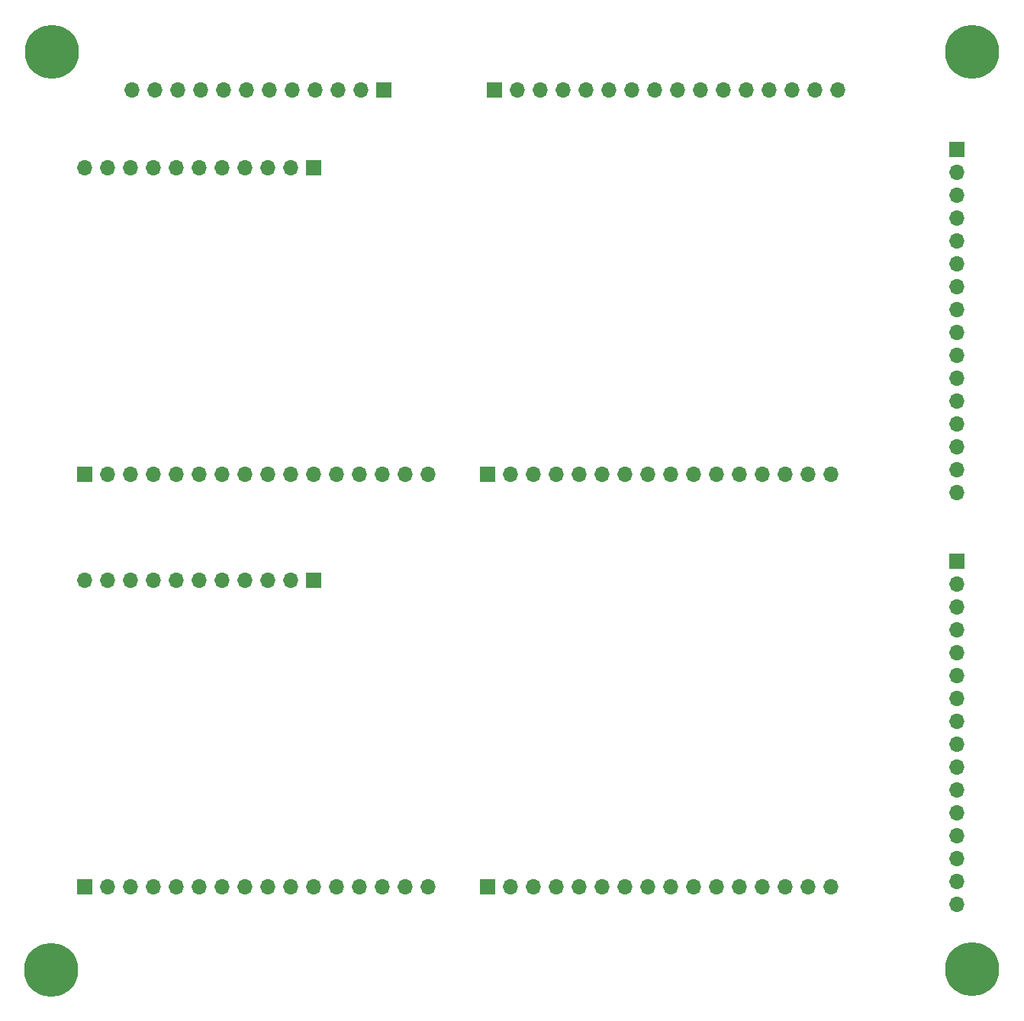
<source format=gbr>
%TF.GenerationSoftware,KiCad,Pcbnew,(6.0.0-0)*%
%TF.CreationDate,2022-01-19T10:54:39-05:00*%
%TF.ProjectId,Special-Purpose-Register-Backplane,53706563-6961-46c2-9d50-7572706f7365,rev?*%
%TF.SameCoordinates,Original*%
%TF.FileFunction,Soldermask,Bot*%
%TF.FilePolarity,Negative*%
%FSLAX46Y46*%
G04 Gerber Fmt 4.6, Leading zero omitted, Abs format (unit mm)*
G04 Created by KiCad (PCBNEW (6.0.0-0)) date 2022-01-19 10:54:39*
%MOMM*%
%LPD*%
G01*
G04 APERTURE LIST*
%ADD10R,1.700000X1.700000*%
%ADD11O,1.700000X1.700000*%
%ADD12C,0.800000*%
%ADD13C,6.000000*%
G04 APERTURE END LIST*
D10*
%TO.C,J1*%
X135090000Y-34080000D03*
D11*
X132550000Y-34080000D03*
X130010000Y-34080000D03*
X127470000Y-34080000D03*
X124930000Y-34080000D03*
X122390000Y-34080000D03*
X119850000Y-34080000D03*
X117310000Y-34080000D03*
X114770000Y-34080000D03*
X112230000Y-34080000D03*
X109690000Y-34080000D03*
%TD*%
D10*
%TO.C,J4*%
X135100000Y-79900000D03*
D11*
X132560000Y-79900000D03*
X130020000Y-79900000D03*
X127480000Y-79900000D03*
X124940000Y-79900000D03*
X122400000Y-79900000D03*
X119860000Y-79900000D03*
X117320000Y-79900000D03*
X114780000Y-79900000D03*
X112240000Y-79900000D03*
X109700000Y-79900000D03*
%TD*%
D12*
%TO.C,REF\u002A\u002A*%
X106000000Y-120850000D03*
X108250000Y-123100000D03*
X107590990Y-124690990D03*
X107590990Y-121509010D03*
X104409010Y-121509010D03*
D13*
X106000000Y-123100000D03*
D12*
X106000000Y-125350000D03*
X104409010Y-124690990D03*
X103750000Y-123100000D03*
%TD*%
D10*
%TO.C,J3*%
X154391000Y-68112000D03*
D11*
X156931000Y-68112000D03*
X159471000Y-68112000D03*
X162011000Y-68112000D03*
X164551000Y-68112000D03*
X167091000Y-68112000D03*
X169631000Y-68112000D03*
X172171000Y-68112000D03*
X174711000Y-68112000D03*
X177251000Y-68112000D03*
X179791000Y-68112000D03*
X182331000Y-68112000D03*
X184871000Y-68112000D03*
X187411000Y-68112000D03*
X189951000Y-68112000D03*
X192491000Y-68112000D03*
%TD*%
D10*
%TO.C,J10*%
X206502000Y-77724000D03*
D11*
X206502000Y-80264000D03*
X206502000Y-82804000D03*
X206502000Y-85344000D03*
X206502000Y-87884000D03*
X206502000Y-90424000D03*
X206502000Y-92964000D03*
X206502000Y-95504000D03*
X206502000Y-98044000D03*
X206502000Y-100584000D03*
X206502000Y-103124000D03*
X206502000Y-105664000D03*
X206502000Y-108204000D03*
X206502000Y-110744000D03*
X206502000Y-113284000D03*
X206502000Y-115824000D03*
%TD*%
D10*
%TO.C,J6*%
X154390000Y-113930000D03*
D11*
X156930000Y-113930000D03*
X159470000Y-113930000D03*
X162010000Y-113930000D03*
X164550000Y-113930000D03*
X167090000Y-113930000D03*
X169630000Y-113930000D03*
X172170000Y-113930000D03*
X174710000Y-113930000D03*
X177250000Y-113930000D03*
X179790000Y-113930000D03*
X182330000Y-113930000D03*
X184870000Y-113930000D03*
X187410000Y-113930000D03*
X189950000Y-113930000D03*
X192490000Y-113930000D03*
%TD*%
D10*
%TO.C,J2*%
X109690000Y-68110000D03*
D11*
X112230000Y-68110000D03*
X114770000Y-68110000D03*
X117310000Y-68110000D03*
X119850000Y-68110000D03*
X122390000Y-68110000D03*
X124930000Y-68110000D03*
X127470000Y-68110000D03*
X130010000Y-68110000D03*
X132550000Y-68110000D03*
X135090000Y-68110000D03*
X137630000Y-68110000D03*
X140170000Y-68110000D03*
X142710000Y-68110000D03*
X145250000Y-68110000D03*
X147790000Y-68110000D03*
%TD*%
D10*
%TO.C,J8*%
X155194000Y-25400000D03*
D11*
X157734000Y-25400000D03*
X160274000Y-25400000D03*
X162814000Y-25400000D03*
X165354000Y-25400000D03*
X167894000Y-25400000D03*
X170434000Y-25400000D03*
X172974000Y-25400000D03*
X175514000Y-25400000D03*
X178054000Y-25400000D03*
X180594000Y-25400000D03*
X183134000Y-25400000D03*
X185674000Y-25400000D03*
X188214000Y-25400000D03*
X190754000Y-25400000D03*
X193294000Y-25400000D03*
%TD*%
D12*
%TO.C,REF\u002A\u002A*%
X208200000Y-18900000D03*
X210450000Y-21150000D03*
X209790990Y-22740990D03*
X209790990Y-19559010D03*
X206609010Y-19559010D03*
D13*
X208200000Y-21150000D03*
D12*
X208200000Y-23400000D03*
X206609010Y-22740990D03*
X205950000Y-21150000D03*
%TD*%
%TO.C,REF\u002A\u002A*%
X106025000Y-18925000D03*
X108275000Y-21175000D03*
X107615990Y-22765990D03*
X107615990Y-19584010D03*
X104434010Y-19584010D03*
D13*
X106025000Y-21175000D03*
D12*
X106025000Y-23425000D03*
X104434010Y-22765990D03*
X103775000Y-21175000D03*
%TD*%
D10*
%TO.C,J5*%
X109692000Y-113930000D03*
D11*
X112232000Y-113930000D03*
X114772000Y-113930000D03*
X117312000Y-113930000D03*
X119852000Y-113930000D03*
X122392000Y-113930000D03*
X124932000Y-113930000D03*
X127472000Y-113930000D03*
X130012000Y-113930000D03*
X132552000Y-113930000D03*
X135092000Y-113930000D03*
X137632000Y-113930000D03*
X140172000Y-113930000D03*
X142712000Y-113930000D03*
X145252000Y-113930000D03*
X147792000Y-113930000D03*
%TD*%
D12*
%TO.C,REF\u002A\u002A*%
X208200000Y-120800000D03*
X210450000Y-123050000D03*
X209790990Y-124640990D03*
X209790990Y-121459010D03*
X206609010Y-121459010D03*
D13*
X208200000Y-123050000D03*
D12*
X208200000Y-125300000D03*
X206609010Y-124640990D03*
X205950000Y-123050000D03*
%TD*%
D10*
%TO.C,J9*%
X206502000Y-32004000D03*
D11*
X206502000Y-34544000D03*
X206502000Y-37084000D03*
X206502000Y-39624000D03*
X206502000Y-42164000D03*
X206502000Y-44704000D03*
X206502000Y-47244000D03*
X206502000Y-49784000D03*
X206502000Y-52324000D03*
X206502000Y-54864000D03*
X206502000Y-57404000D03*
X206502000Y-59944000D03*
X206502000Y-62484000D03*
X206502000Y-65024000D03*
X206502000Y-67564000D03*
X206502000Y-70104000D03*
%TD*%
D10*
%TO.C,J7*%
X142850000Y-25450000D03*
D11*
X140310000Y-25450000D03*
X137770000Y-25450000D03*
X135230000Y-25450000D03*
X132690000Y-25450000D03*
X130150000Y-25450000D03*
X127610000Y-25450000D03*
X125070000Y-25450000D03*
X122530000Y-25450000D03*
X119990000Y-25450000D03*
X117450000Y-25450000D03*
X114910000Y-25450000D03*
%TD*%
M02*

</source>
